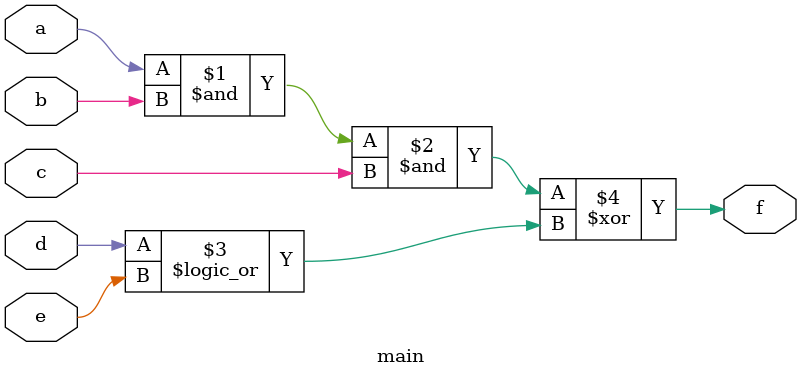
<source format=v>


module main (a, b, c, d, e, f);
	input wire a, b, c, d, e;
	output wire f;

	assign f = (a & b & c) ^ (d || e);

endmodule
</source>
